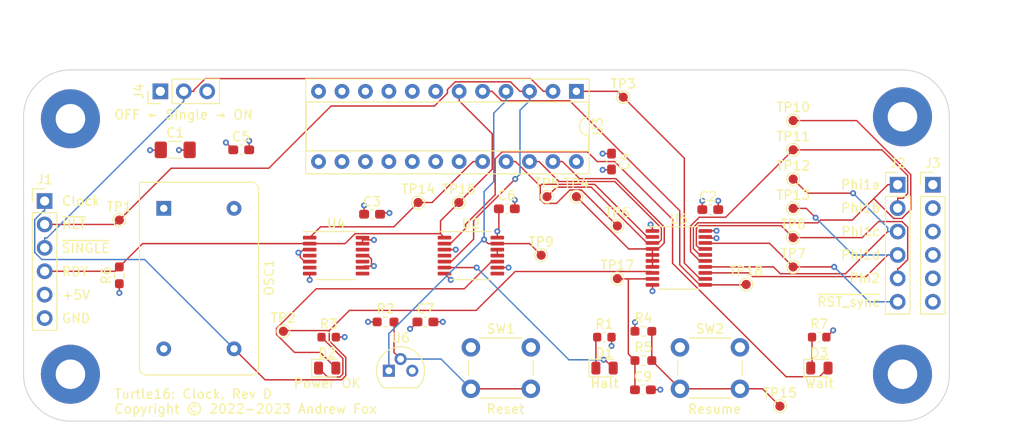
<source format=kicad_pcb>
(kicad_pcb (version 20241229) (generator "pcbnew") (generator_version "9.0")
  (title_block (title "Turtle16: Clock Module") (date "2023-10-15") (rev "D") (comment 4 "Clock module for the Turtle16 computer"))
  (layers (0 "F.Cu" signal) (4 "In1.Cu" power) (6 "In2.Cu" power) (2 "B.Cu" signal) (13 "F.Paste" user) (15 "B.Paste" user) (5 "F.SilkS" user "F.Silkscreen") (7 "B.SilkS" user "B.Silkscreen") (1 "F.Mask" user) (3 "B.Mask" user) (25 "Edge.Cuts" user))
  (net 0 "")
  (net 1 "GND")
  (net 2 "VCC")
  (net 3 "Net-(D1-K)")
  (net 4 "Net-(D1-A)")
  (net 5 "Net-(D2-K)")
  (net 6 "Net-(D2-A)")
  (net 7 "Net-(D3-K)")
  (net 8 "Net-(D3-A)")
  (net 9 "Net-(U6-VDD)")
  (net 10 "/Clock/RawClock")
  (net 11 "/Clock/~{HLT}")
  (net 12 "/Clock/RDY")
  (net 13 "/Clock/Phi1a")
  (net 14 "/Clock/Phi1b")
  (net 15 "/Clock/Phi1c")
  (net 16 "/Clock/Phi1d")
  (net 17 "/Clock/Phi2")
  (net 18 "/Clock/~{RST_sync}")
  (net 19 "Net-(R4-Pad2)")
  (net 21 "/Clock/Phi0")
  (net 22 "/Clock/Phi1")
  (net 23 "/Clock/Phi2_0")
  (net 24 "/Clock/{slash}RST_sync0")
  (net 25 "/Clock/NOT_RDY")
  (net 26 "/Clock/Button0")
  (net 27 "/Clock/ButtonRC")
  (net 28 "/Clock/~{SINGLE}")
  (net 31 "Net-(U2-Pad11)")
  (net 34 "/Clock/~{RST_async}")
  (footprint "Capacitor_SMD:C_0603_1608Metric_Pad1.08x0.95mm_HandSolder" (layer "F.Cu") (at 125.18 95.885)
    (property "Reference" "C3")
    (property "Value" "0.1µF")
  )
  (footprint "Resistor_SMD:R_0603_1608Metric_Pad0.98x0.95mm_HandSolder" (layer "F.Cu") (at 97.79 102.5125 90)
    (property "Reference" "R6")
    (property "Value" "10K")
  )
  (footprint "MountingHole:MountingHole_3.2mm_M3_Pad" (layer "F.Cu") (at 92.4921 113.2479)
    (property "Reference" "H3" (hide yes))
    (property "Value" "MountingHole_Pad")
  )
  (footprint "TestPoint:TestPoint_Pad_D1.0mm" (layer "F.Cu") (at 115.57 108.585)
    (property "Reference" "TP2")
    (property "Value" "RawClock")
  )
  (footprint "TestPoint:TestPoint_Pad_D1.0mm" (layer "F.Cu") (at 143.51 100.33)
    (property "Reference" "TP9")
    (property "Value" "~{RST_async}")
  )
  (footprint "Button_Switch_THT:SW_PUSH_6mm_H5mm" (layer "F.Cu") (at 158.548 110.3269)
    (property "Reference" "SW2")
    (property "Value" "Resume")
  )
  (footprint "Resistor_SMD:R_0603_1608Metric_Pad0.98x0.95mm_HandSolder" (layer "F.Cu") (at 154.5825 111.76)
    (property "Reference" "R5")
    (property "Value" "1K")
  )
  (footprint "Capacitor_SMD:C_0603_1608Metric" (layer "F.Cu") (at 150.355 109.22)
    (property "Reference" "R1")
    (property "Value" "270R")
  )
  (footprint "Package_SO:TSSOP-14_4.4x5mm_P0.65mm" (layer "F.Cu") (at 121.285 100.375)
    (property "Reference" "U4")
    (property "Value" "74AHCT05")
  )
  (footprint "Capacitor_SMD:C_0603_1608Metric_Pad1.08x0.95mm_HandSolder" (layer "F.Cu") (at 154.5325 114.935)
    (property "Reference" "C9")
    (property "Value" "1uF")
  )
  (footprint "Oscillator:Oscillator_DIP-14" (layer "F.Cu") (at 102.6052 95.25 -90)
    (property "Reference" "OSC1")
    (property "Value" "12MHz")
  )
  (footprint "MountingHole:MountingHole_3.2mm_M3_Pad" (layer "F.Cu") (at 182.6621 113.2479)
    (property "Reference" "H4" (hide yes))
    (property "Value" "MountingHole_Pad")
  )
  (footprint "Capacitor_SMD:C_0603_1608Metric" (layer "F.Cu") (at 120.48 109.22)
    (property "Reference" "R3")
    (property "Value" "270R")
  )
  (footprint "Capacitor_SMD:C_0603_1608Metric_Pad1.08x0.95mm_HandSolder" (layer "F.Cu") (at 130.9605 107.569)
    (property "Reference" "C7")
    (property "Value" "0.1µF")
  )
  (footprint "Resistor_SMD:R_0603_1608Metric_Pad0.98x0.95mm_HandSolder" (layer "F.Cu") (at 154.5825 108.585)
    (property "Reference" "R4")
    (property "Value" "10K")
  )
  (footprint "TestPoint:TestPoint_Pad_D1.0mm" (layer "F.Cu") (at 134.585 94.615)
    (property "Reference" "TP16")
    (property "Value" "RDY")
  )
  (footprint "LED_SMD:LED_0805_2012Metric" (layer "F.Cu") (at 150.375 112.5769)
    (property "Reference" "D1")
    (property "Value" "Halt")
  )
  (footprint "MountingHole:MountingHole_3.2mm_M3_Pad" (layer "F.Cu") (at 92.4921 85.5258)
    (property "Reference" "H1" (hide yes))
    (property "Value" "MountingHole_Pad")
  )
  (footprint "Connector_PinHeader_2.54mm:PinHeader_1x03_P2.54mm_Vertical" (layer "F.Cu") (at 102.235 82.55 90)
    (property "Reference" "J4")
    (property "Value" "Single Step")
  )
  (footprint "TestPoint:TestPoint_Pad_D1.0mm" (layer "F.Cu") (at 147.32 93.98)
    (property "Reference" "TP4")
    (property "Value" "~")
  )
  (footprint "Capacitor_SMD:C_1206_3216Metric_Pad1.33x1.80mm_HandSolder" (layer "F.Cu") (at 103.8475 88.9)
    (property "Reference" "C1")
    (property "Value" "100µF")
  )
  (footprint "Package_SO:TSSOP-14_4.4x5mm_P0.65mm" (layer "F.Cu") (at 135.89 100.375)
    (property "Reference" "U2")
    (property "Value" "74AHCT04")
  )
  (footprint "MountingHole:MountingHole_3.2mm_M3_Pad" (layer "F.Cu") (at 182.6621 85.3079)
    (property "Reference" "H2" (hide yes))
    (property "Value" "MountingHole_Pad")
  )
  (footprint "LED_SMD:LED_0805_2012Metric" (layer "F.Cu") (at 173.6575 112.5769)
    (property "Reference" "D3")
    (property "Value" "Wait")
  )
  (footprint "LED_SMD:LED_0805_2012Metric" (layer "F.Cu") (at 120.3175 112.5769)
    (property "Reference" "D2")
    (property "Value" "Power OK")
  )
  (footprint "TestPoint:TestPoint_Pad_D1.0mm" (layer "F.Cu") (at 152.4 83.185)
    (property "Reference" "TP3")
    (property "Value" "Phi0")
  )
  (footprint "Capacitor_SMD:C_0603_1608Metric_Pad1.08x0.95mm_HandSolder" (layer "F.Cu") (at 139.785 95.295)
    (property "Reference" "C6")
    (property "Value" "0.1µF")
  )
  (footprint "TestPoint:TestPoint_Pad_D1.0mm" (layer "F.Cu") (at 165.725 103.505)
    (property "Reference" "TP18")
    (property "Value" "Debounced")
  )
  (footprint "TestPoint:TestPoint_Pad_D1.0mm" (layer "F.Cu") (at 151.765 97.155)
    (property "Reference" "TP6")
    (property "Value" "TP")
  )
  (footprint "TestPoint:TestPoint_Pad_D1.0mm" (layer "F.Cu") (at 170.815 95.25)
    (property "Reference" "TP13")
    (property "Value" "Phi1d")
  )
  (footprint "TestPoint:TestPoint_Pad_D1.0mm" (layer "F.Cu") (at 170.815 88.9)
    (property "Reference" "TP11")
    (property "Value" "Phi1b")
  )
  (footprint "Package_DIP:DIP-24_W7.62mm_Socket" (layer "F.Cu") (at 147.32 82.55 -90)
    (property "Reference" "U3")
    (property "Value" "ATF22V10C")
  )
  (footprint "Resistor_SMD:R_0603_1608Metric_Pad0.98x0.95mm_HandSolder" (layer "F.Cu") (at 126.6425 107.569)
    (property "Reference" "R2")
    (property "Value" "1K")
  )
  (footprint "TestPoint:TestPoint_Pad_D1.0mm" (layer "F.Cu") (at 151.765 102.87)
    (property "Reference" "TP17")
    (property "Value" "TP")
  )
  (footprint "Capacitor_SMD:C_0603_1608Metric_Pad1.08x0.95mm_HandSolder" (layer "F.Cu") (at 110.998 88.9)
    (property "Reference" "C5")
    (property "Value" "0.1µF")
  )
  (footprint "TestPoint:TestPoint_Pad_D1.0mm" (layer "F.Cu") (at 170.815 98.425)
    (property "Reference" "TP8")
    (property "Value" "Phi2")
  )
  (footprint "TestPoint:TestPoint_Pad_D1.0mm" (layer "F.Cu") (at 144.145 93.98)
    (property "Reference" "TP5")
    (property "Value" "TP")
  )
  (footprint "TestPoint:TestPoint_Pad_D1.0mm" (layer "F.Cu") (at 169.3819 116.713)
    (property "Reference" "TP15")
    (property "Value" "Resume")
  )
  (footprint "Capacitor_SMD:C_0603_1608Metric_Pad1.08x0.95mm_HandSolder" (layer "F.Cu") (at 151.13 90.17 -90)
    (property "Reference" "C4")
    (property "Value" "0.1µF")
  )
  (footprint "TestPoint:TestPoint_Pad_D1.0mm" (layer "F.Cu") (at 170.815 101.6)
    (property "Reference" "TP7")
    (property "Value" "~{RST_sync}")
  )
  (footprint "Connector_PinHeader_2.54mm:PinHeader_1x06_P2.54mm_Vertical" (layer "F.Cu") (at 182.143 92.6839)
    (property "Reference" "J2")
    (property "Value" "Clock Outputs")
  )
  (footprint "Capacitor_SMD:C_0603_1608Metric" (layer "F.Cu") (at 173.6375 109.22)
    (property "Reference" "R7")
    (property "Value" "270R")
  )
  (footprint "Package_TO_SOT_THT:TO-92" (layer "F.Cu") (at 127 112.8669)
    (property "Reference" "U6")
    (property "Value" "MCP100-450D")
  )
  (footprint "Connector_PinHeader_2.54mm:PinHeader_1x06_P2.54mm_Vertical" (layer "F.Cu") (at 89.6981 94.4519)
    (property "Reference" "J1")
    (property "Value" "Clock Inputs")
  )
  (footprint "TestPoint:TestPoint_Pad_D1.0mm" (layer "F.Cu") (at 170.815 92.075)
    (property "Reference" "TP12")
    (property "Value" "Phi1c")
  )
  (footprint "TestPoint:TestPoint_Pad_D1.0mm" (layer "F.Cu") (at 170.815 85.725)
    (property "Reference" "TP10")
    (property "Value" "Phi1a")
  )
  (footprint "Capacitor_SMD:C_0603_1608Metric_Pad1.08x0.95mm_HandSolder" (layer "F.Cu") (at 161.83 95.385)
    (property "Reference" "C2")
    (property "Value" "0.1µF")
  )
  (footprint "TestPoint:TestPoint_Pad_D1.0mm" (layer "F.Cu") (at 97.79 96.52)
    (property "Reference" "TP1")
    (property "Value" "~{HLT}")
  )
  (footprint "Package_SO:TSSOP-20_4.4x6.5mm_P0.65mm" (layer "F.Cu") (at 158.4275 100.625)
    (property "Reference" "U5")
    (property "Value" "74AHCT245")
  )
  (footprint "TestPoint:TestPoint_Pad_D1.0mm" (layer "F.Cu") (at 130.175 94.615)
    (property "Reference" "TP14")
    (property "Value" "TP")
  )
  (footprint "Connector_PinHeader_2.54mm:PinHeader_1x06_P2.54mm_Vertical" (layer "F.Cu") (at 185.953 92.6839)
    (property "Reference" "J3")
    (property "Value" "GND")
  )
  (footprint "Button_Switch_THT:SW_PUSH_6mm_H5mm" (layer "F.Cu") (at 135.89 110.3269)
    (property "Reference" "SW1")
    (property "Value" "Reset")
  )
  (gr_line (start 187.742102 113.247898) (end 187.742102 85.307898) (stroke (width 0.1)) (layer "Edge.Cuts"))
  (gr_line (start 87.412102 85.307898) (end 87.412102 113.247898) (stroke (width 0.1)) (layer "Edge.Cuts"))
  (gr_line (start 92.492102 118.327898) (end 182.662102 118.327898) (stroke (width 0.1)) (layer "Edge.Cuts"))
  (gr_arc (start 182.662102 80.227898) (mid 186.254204 81.715796) (end 187.742102 85.307898) (stroke (width 0.1)) (layer "Edge.Cuts"))
  (gr_arc (start 187.742102 113.247898) (mid 186.254204 116.84) (end 182.662102 118.327898) (stroke (width 0.1)) (layer "Edge.Cuts"))
  (gr_arc (start 87.412102 85.307898) (mid 88.9 81.715796) (end 92.492102 80.227898) (stroke (width 0.1)) (layer "Edge.Cuts"))
  (gr_line (start 182.662102 80.227898) (end 92.492102 80.227898) (stroke (width 0.1)) (layer "Edge.Cuts"))
  (gr_arc (start 92.492102 118.327898) (mid 88.9 116.84) (end 87.412102 113.247898) (stroke (width 0.1)) (layer "Edge.Cuts"))
  (gr_text "Turtle16: Clock, Rev D\nCopyright © 2022-2023 Andrew Fox" (at 97.155 116.205 0) (layer "F.SilkS") (effects (font (size 1 1)) (justify left)))
  (gr_text "OFF ← Single → ON" (at 97.155 85.09 0) (layer "F.SilkS") (effects (font (size 1 1)) (justify left)))
  (gr_text "Clock" (at 91.476102 94.451898 0) (layer "F.SilkS") (effects (font (size 1 1)) (justify left)))
  (gr_text "+5V" (at 91.476102 104.648 0) (layer "F.SilkS") (effects (font (size 1 1)) (justify left)))
  (gr_text "~{SINGLE}" (at 91.44 99.568 0) (layer "F.SilkS") (effects (font (size 1 1)) (justify left)))
  (gr_text "GND" (at 91.476102 107.188 0) (layer "F.SilkS") (effects (font (size 1 1)) (justify left)))
  (gr_text "Phi1d" (at 180.34 100.293898 0) (layer "F.SilkS") (effects (font (size 1 1)) (justify right)))
  (gr_text "Phi1c" (at 180.34 97.753898 0) (layer "F.SilkS") (effects (font (size 1 1)) (justify right)))
  (gr_text "RDY" (at 91.476102 102.108 0) (layer "F.SilkS") (effects (font (size 1 1)) (justify left)))
  (gr_text "Phi2" (at 180.34 102.833898 0) (layer "F.SilkS") (effects (font (size 1 1)) (justify right)))
  (gr_text "Phi1a" (at 180.34 92.673898 0) (layer "F.SilkS") (effects (font (size 1 1)) (justify right)))
  (gr_text "~{RST_sync}" (at 180.34 105.41 0) (layer "F.SilkS") (effects (font (size 1 1)) (justify right)))
  (gr_text "~{HLT}" (at 91.476102 96.991898 0) (layer "F.SilkS") (effects (font (size 1 1)) (justify left)))
  (gr_text "Phi1b" (at 180.34 95.213898 0) (layer "F.SilkS") (effects (font (size 1 1)) (justify right)))
  (segment (start 151.13 110.1741) (end 151.13 109.22) (width 0.1524) (layer "F.Cu") (net 1))
  (segment (start 132.8474 107.5619) (end 131.8301 107.5619) (width 0.1524) (layer "F.Cu") (net 1))
  (segment (start 104.2537 88.9244) (end 105.3856 88.9244) (width 0.1524) (layer "F.Cu") (net 1))
  (segment (start 118.4225 102.325) (end 118.4225 103.0101) (width 0.1524) (layer "F.Cu") (net 1))
  (segment (start 105.3856 88.9244) (end 105.41 88.9) (width 0.1524) (layer "F.Cu") (net 1))
  (segment (start 131.8301 107.5619) (end 131.823 107.569) (width 0.1524) (layer "F.Cu") (net 1))
  (segment (start 151.0918 91.0707) (end 151.13 91.0325) (width 0.1524) (layer "F.Cu") (net 1))
  (segment (start 175.1486 108.4839) (end 174.4125 109.22) (width 0.1524) (layer "F.Cu") (net 1))
  (segment (start 133.7099 103.0074) (end 133.0275 102.325) (width 0.1524) (layer "F.Cu") (net 1))
  (segment (start 161.4228 98.4828) (end 161.29 98.35) (width 0.1524) (layer "F.Cu") (net 1))
  (segment (start 155.4125 114.9175) (end 155.395 114.935) (width 0.1524) (layer "F.Cu") (net 1))
  (segment (start 162.5074 98.4828) (end 161.4228 98.4828) (width 0.1524) (layer "F.Cu") (net 1))
  (segment (start 156.4178 114.9175) (end 155.4125 114.9175) (width 0.1524) (layer "F.Cu") (net 1))
  (segment (start 122.2102 109.2082) (end 121.2668 109.2082) (width 0.1524) (layer "F.Cu") (net 1))
  (segment (start 121.2668 109.2082) (end 121.255 109.22) (width 0.1524) (layer "F.Cu") (net 1))
  (segment (start 155.565 104.2285) (end 155.565 103.55) (width 0.1524) (layer "F.Cu") (net 1))
  (segment (start 111.8605 87.9209) (end 111.8605 88.9) (width 0.1524) (layer "F.Cu") (net 1))
  (segment (start 127.0592 95.7502) (end 126.1773 95.7502) (width 0.1524) (layer "F.Cu") (net 1))
  (segment (start 126.1773 95.7502) (end 126.0425 95.885) (width 0.1524) (layer "F.Cu") (net 1))
  (segment (start 150.1726 91.0707) (end 151.0918 91.0707) (width 0.1524) (layer "F.Cu") (net 1))
  (segment (start 140.6475 94.3395) (end 140.6475 95.295) (width 0.1524) (layer "F.Cu") (net 1))
  (segment (start 162.6925 95.385) (end 162.6925 94.4255) (width 0.1524) (layer "F.Cu") (net 1))
  (via (at 155.565 104.2285) (size 0.65) (drill 0.3) (layers "F.Cu" "B.Cu") (net 1))
  (via (at 162.6925 94.4255) (size 0.65) (drill 0.3) (layers "F.Cu" "B.Cu") (net 1))
  (via (at 111.8605 87.9209) (size 0.65) (drill 0.3) (layers "F.Cu" "B.Cu") (net 1))
  (via (at 150.1726 91.0707) (size 0.65) (drill 0.3) (layers "F.Cu" "B.Cu") (net 1))
  (via (at 118.4225 103.0101) (size 0.65) (drill 0.3) (layers "F.Cu" "B.Cu") (net 1))
  (via (at 140.6475 94.3395) (size 0.65) (drill 0.3) (layers "F.Cu" "B.Cu") (net 1))
  (via (at 132.8474 107.5619) (size 0.65) (drill 0.3) (layers "F.Cu" "B.Cu") (net 1))
  (via (at 104.2537 88.9244) (size 0.65) (drill 0.3) (layers "F.Cu" "B.Cu") (net 1))
  (via (at 151.13 110.1741) (size 0.65) (drill 0.3) (layers "F.Cu" "B.Cu") (net 1))
  (via (at 127.0592 95.7502) (size 0.65) (drill 0.3) (layers "F.Cu" "B.Cu") (net 1))
  (via (at 122.2102 109.2082) (size 0.65) (drill 0.3) (layers "F.Cu" "B.Cu") (net 1))
  (via (at 175.1486 108.4839) (size 0.65) (drill 0.3) (layers "F.Cu" "B.Cu") (net 1))
  (via (at 156.4178 114.9175) (size 0.65) (drill 0.3) (layers "F.Cu" "B.Cu") (net 1))
  (via (at 162.5074 98.4828) (size 0.65) (drill 0.3) (layers "F.Cu" "B.Cu") (net 1))
  (via (at 133.7099 103.0074) (size 0.65) (drill 0.3) (layers "F.Cu" "B.Cu") (net 1))
  (segment (start 138.7525 101.675) (end 139.9685 101.675) (width 0.1524) (layer "F.Cu") (net 2))
  (segment (start 125.1158 100.7431) (end 124.7477 100.375) (width 0.1524) (layer "F.Cu") (net 2))
  (segment (start 161.3097 97.6803) (end 162.5076 97.6803) (width 0.1524) (layer "F.Cu") (net 2))
  (segment (start 138.7525 98.425) (end 138.7525 97.7424) (width 0.1524) (layer "F.Cu") (net 2))
  (segment (start 155.565 97.7) (end 155.565 97.2091) (width 0.1524) (layer "F.Cu") (net 2))
  (segment (start 160.9675 95.385) (end 160.9675 94.4305) (width 0.1524) (layer "F.Cu") (net 2))
  (segment (start 138.7525 97.7424) (end 138.9225 97.5724) (width 0.1524) (layer "F.Cu") (net 2))
  (segment (start 125.3801 98.6749) (end 124.1475 98.6749) (width 0.1524) (layer "F.Cu") (net 2))
  (segment (start 118.4225 99.725) (end 117.7271 99.725) (width 0.1524) (layer "F.Cu") (net 2))
  (segment (start 124.1475 99.075) (end 124.1475 98.6749) (width 0.1524) (layer "F.Cu") (net 2))
  (segment (start 125.1158 101.5077) (end 125.1158 100.7431) (width 0.1524) (layer "F.Cu") (net 2))
  (segment (start 129.3431 108.3239) (end 130.098 107.569) (width 0.1524) (layer "F.Cu") (net 2))
  (segment (start 97.79 104.4209) (end 97.79 103.425) (width 0.1524) (layer "F.Cu") (net 2))
  (segment (start 124.1475 98.6749) (end 124.1475 98.425) (width 0.1524) (layer "F.Cu") (net 2))
  (segment (start 150.1669 89.3057) (end 151.1282 89.3057) (width 0.1524) (layer "F.Cu") (net 2))
  (segment (start 124.7417 107.5619) (end 125.7229 107.5619) (width 0.1524) (layer "F.Cu") (net 2))
  (segment (start 134.245 99.725) (end 133.0275 99.725) (width 0.1524) (layer "F.Cu") (net 2))
  (segment (start 117.7271 99.725) (end 117.4009 100.0512) (width 0.1524) (layer "F.Cu") (net 2))
  (segment (start 117.8694 101.025) (end 118.4225 101.025) (width 0.1524) (layer "F.Cu") (net 2))
  (segment (start 138.9225 97.5724) (end 138.9225 95.295) (width 0.1524) (layer "F.Cu") (net 2))
  (segment (start 125.3752 101.5077) (end 125.1158 101.5077) (width 0.1524) (layer "F.Cu") (net 2))
  (segment (start 124.7477 100.375) (end 124.1475 100.375) (width 0.1524) (layer "F.Cu") (net 2))
  (segment (start 124.3175 94.9298) (end 124.3175 95.885) (width 0.1524) (layer "F.Cu") (net 2))
  (segment (start 129.3016 108.3239) (end 129.3431 108.3239) (width 0.1524) (layer "F.Cu") (net 2))
  (segment (start 117.1978 100.0512) (end 117.4009 100.0512) (width 0.1524) (layer "F.Cu") (net 2))
  (segment (start 125.7229 107.5619) (end 125.73 107.569) (width 0.1524) (layer "F.Cu") (net 2))
  (segment (start 125.1158 101.5077) (end 124.3148 101.5077) (width 0.1524) (layer "F.Cu") (net 2))
  (segment (start 124.3148 101.5077) (end 124.1475 101.675) (width 0.1524) (layer "F.Cu") (net 2))
  (segment (start 117.4009 100.5565) (end 117.8694 101.025) (width 0.1524) (layer "F.Cu") (net 2))
  (segment (start 101.1238 88.9346) (end 102.2504 88.9346) (width 0.1524) (layer "F.Cu") (net 2))
  (segment (start 102.2504 88.9346) (end 102.285 88.9) (width 0.1524) (layer "F.Cu") (net 2))
  (segment (start 161.29 97.7) (end 161.3097 97.6803) (width 0.1524) (layer "F.Cu") (net 2))
  (segment (start 151.1282 89.3057) (end 151.13 89.3075) (width 0.1524) (layer "F.Cu") (net 2))
  (segment (start 117.4009 100.0512) (end 117.4009 100.5565) (width 0.1524) (layer "F.Cu") (net 2))
  (segment (start 153.67 107.615) (end 153.67 108.585) (width 0.1524) (layer "F.Cu") (net 2))
  (segment (start 109.3423 88.1068) (end 110.1355 88.9) (width 0.1524) (layer "F.Cu") (net 2))
  (segment (start 155.565 97.2091) (end 155.3633 97.0074) (width 0.1524) (layer "F.Cu") (net 2))
  (via (at 155.3633 97.0074) (size 0.65) (drill 0.3) (layers "F.Cu" "B.Cu") (net 2))
  (via (at 124.3175 94.9298) (size 0.65) (drill 0.3) (layers "F.Cu" "B.Cu") (net 2))
  (via (at 162.5076 97.6803) (size 0.65) (drill 0.3) (layers "F.Cu" "B.Cu") (net 2))
  (via (at 153.67 107.615) (size 0.65) (drill 0.3) (layers "F.Cu" "B.Cu") (net 2))
  (via (at 97.79 104.4209) (size 0.65) (drill 0.3) (layers "F.Cu" "B.Cu") (net 2))
  (via (at 134.245 99.725) (size 0.65) (drill 0.3) (layers "F.Cu" "B.Cu") (net 2))
  (via (at 117.1978 100.0512) (size 0.65) (drill 0.3) (layers "F.Cu" "B.Cu") (net 2))
  (via (at 160.9675 94.4305) (size 0.65) (drill 0.3) (layers "F.Cu" "B.Cu") (net 2))
  (via (at 125.3801 98.6749) (size 0.65) (drill 0.3) (layers "F.Cu" "B.Cu") (net 2))
  (via (at 129.3016 108.3239) (size 0.65) (drill 0.3) (layers "F.Cu" "B.Cu") (net 2))
  (via (at 124.7417 107.5619) (size 0.65) (drill 0.3) (layers "F.Cu" "B.Cu") (net 2))
  (via (at 150.1669 89.3057) (size 0.65) (drill 0.3) (layers "F.Cu" "B.Cu") (net 2))
  (via (at 138.7525 97.7424) (size 0.65) (drill 0.3) (layers "F.Cu" "B.Cu") (net 2))
  (via (at 109.3423 88.1068) (size 0.65) (drill 0.3) (layers "F.Cu" "B.Cu") (net 2))
  (via (at 101.1238 88.9346) (size 0.65) (drill 0.3) (layers "F.Cu" "B.Cu") (net 2))
  (via (at 139.9685 101.675) (size 0.65) (drill 0.3) (layers "F.Cu" "B.Cu") (net 2))
  (via (at 125.3752 101.5077) (size 0.65) (drill 0.3) (layers "F.Cu" "B.Cu") (net 2))
  (segment (start 149.4375 109.3625) (end 149.58 109.22) (width 0.1524) (layer "F.Cu") (net 3))
  (segment (start 149.4375 112.5769) (end 149.4375 109.3625) (width 0.1524) (layer "F.Cu") (net 3))
  (segment (start 150.4144 111.6788) (end 150.2787 111.6788) (width 0.1524) (layer "F.Cu") (net 4))
  (segment (start 133.0275 101.675) (end 136.5125 101.675) (width 0.1524) (layer "F.Cu") (net 4))
  (segment (start 151.3125 112.5769) (end 150.4144 111.6788) (width 0.1524) (layer "F.Cu") (net 4))
  (via (at 136.5125 101.675) (size 0.65) (drill 0.3) (layers "F.Cu" "B.Cu") (net 4))
  (via (at 150.2787 111.6788) (size 0.65) (drill 0.3) (layers "F.Cu" "B.Cu") (net 4))
  (segment (start 150.2787 111.6788) (end 146.5163 111.6788) (width 0.1524) (layer "B.Cu") (net 4))
  (segment (start 146.5163 111.6788) (end 136.5125 101.675) (width 0.1524) (layer "B.Cu") (net 4))
  (segment (start 121.6905 113.5441) (end 122.0181 113.2165) (width 0.1524) (layer "F.Cu") (net 5))
  (segment (start 122.0181 113.2165) (end 122.0181 111.5331) (width 0.1524) (layer "F.Cu") (net 5))
  (segment (start 119.38 112.5769) (end 120.3472 113.5441) (width 0.1524) (layer "F.Cu") (net 5))
  (segment (start 120.3472 113.5441) (end 121.6905 113.5441) (width 0.1524) (layer "F.Cu") (net 5))
  (segment (start 122.0181 111.5331) (end 119.705 109.22) (width 0.1524) (layer "F.Cu") (net 5))
  (segment (start 114.8254 108.2723) (end 114.8254 108.9255) (width 0.1524) (layer "F.Cu") (net 6))
  (segment (start 138.7525 101.025) (end 138.1237 101.025) (width 0.1524) (layer "F.Cu") (net 6))
  (segment (start 138.1237 101.025) (end 135.1727 103.976) (width 0.1524) (layer "F.Cu") (net 6))
  (segment (start 119.5579 110.8798) (end 121.255 112.5769) (width 0.1524) (layer "F.Cu") (net 6))
  (segment (start 119.1217 103.976) (end 114.8254 108.2723) (width 0.1524) (layer "F.Cu") (net 6))
  (segment (start 114.8254 108.9255) (end 116.7797 110.8798) (width 0.1524) (layer "F.Cu") (net 6))
  (segment (start 116.7797 110.8798) (end 119.5579 110.8798) (width 0.1524) (layer "F.Cu") (net 6))
  (segment (start 135.1727 103.976) (end 119.1217 103.976) (width 0.1524) (layer "F.Cu") (net 6))
  (segment (start 172.8625 112.4344) (end 172.8625 109.22) (width 0.1524) (layer "F.Cu") (net 7))
  (segment (start 172.72 112.5769) (end 172.8625 112.4344) (width 0.1524) (layer "F.Cu") (net 7))
  (segment (start 170.048 113.5164) (end 173.6555 113.5164) (width 0.1524) (layer "F.Cu") (net 8))
  (segment (start 157.7467 96.449) (end 157.7467 101.2151) (width 0.1524) (layer "F.Cu") (net 8))
  (segment (start 133.667 99.075) (end 135.3138 97.4282) (width 0.1524) (layer "F.Cu") (net 8))
  (segment (start 173.6555 113.5164) (end 174.595 112.5769) (width 0.1524) (layer "F.Cu") (net 8))
  (segment (start 151.4677 90.17) (end 157.7467 96.449) (width 0.1524) (layer "F.Cu") (net 8))
  (segment (start 149.5745 90.17) (end 151.4677 90.17) (width 0.1524) (layer "F.Cu") (net 8))
  (segment (start 135.3138 97.4282) (end 135.3138 96.9788) (width 0.1524) (layer "F.Cu") (net 8))
  (segment (start 157.7467 101.2151) (end 170.048 113.5164) (width 0.1524) (layer "F.Cu") (net 8))
  (segment (start 133.0275 99.075) (end 133.667 99.075) (width 0.1524) (layer "F.Cu") (net 8))
  (segment (start 148.5177 89.1132) (end 149.5745 90.17) (width 0.1524) (layer "F.Cu") (net 8))
  (segment (start 135.3138 96.9788) (end 138.5208 93.7718) (width 0.1524) (layer "F.Cu") (net 8))
  (segment (start 138.5208 89.8674) (end 139.275 89.1132) (width 0.1524) (layer "F.Cu") (net 8))
  (segment (start 138.5208 93.7718) (end 138.5208 89.8674) (width 0.1524) (layer "F.Cu") (net 8))
  (segment (start 139.275 89.1132) (end 148.5177 89.1132) (width 0.1524) (layer "F.Cu") (net 8))
  (segment (start 128.27 111.5969) (end 127.555 110.8819) (width 0.1524) (layer "F.Cu") (net 9))
  (segment (start 127.555 110.8819) (end 127.555 107.569) (width 0.1524) (layer "F.Cu") (net 9))
  (segment (start 135.89 114.8269) (end 142.39 114.8269) (width 0.1524) (layer "F.Cu") (net 9))
  (segment (start 128.27 111.5969) (end 132.66 111.5969) (width 0.1524) (layer "B.Cu") (net 9))
  (segment (start 132.66 111.5969) (end 135.89 114.8269) (width 0.1524) (layer "B.Cu") (net 9))
  (segment (start 155.4161 102.1011) (end 155.565 102.25) (width 0.1524) (layer "F.Cu") (net 10))
  (segment (start 136.4619 106.3212) (end 140.682 102.1011) (width 0.1524) (layer "F.Cu") (net 10))
  (segment (start 122.7269 106.3212) (end 136.4619 106.3212) (width 0.1524) (layer "F.Cu") (net 10))
  (segment (start 140.682 102.1011) (end 155.4161 102.1011) (width 0.1524) (layer "F.Cu") (net 10))
  (segment (start 120.5378 108.5103) (end 122.7269 106.3212) (width 0.1524) (layer "F.Cu") (net 10))
  (segment (start 115.6447 108.5103) (end 115.57 108.585) (width 0.1524) (layer "F.Cu") (net 10))
  (segment (start 120.5378 109.6215) (end 120.5378 108.5103) (width 0.1524) (layer "F.Cu") (net 10))
  (segment (start 113.5879 113.8527) (end 121.8764 113.8527) (width 0.1524) (layer "F.Cu") (net 10))
  (segment (start 120.5378 108.5103) (end 115.6447 108.5103) (width 0.1524) (layer "F.Cu") (net 10))
  (segment (start 122.3285 111.4122) (end 120.5378 109.6215) (width 0.1524) (layer "F.Cu") (net 10))
  (segment (start 122.3285 113.4006) (end 122.3285 111.4122) (width 0.1524) (layer "F.Cu") (net 10))
  (segment (start 121.8764 113.8527) (end 122.3285 113.4006) (width 0.1524) (layer "F.Cu") (net 10))
  (segment (start 110.2252 110.49) (end 113.5879 113.8527) (width 0.1524) (layer "F.Cu") (net 10))
  (segment (start 89.5631 95.5306) (end 89.6981 95.5306) (width 0.1524) (layer "B.Cu") (net 10))
  (segment (start 88.6194 100.0339) (end 88.6194 96.4743) (width 0.1524) (layer "B.Cu") (net 10))
  (segment (start 100.5371 100.8019) (end 89.3874 100.8019) (width 0.1524) (layer "B.Cu") (net 10))
  (segment (start 89.3874 100.8019) (end 88.6194 100.0339) (width 0.1524) (layer "B.Cu") (net 10))
  (segment (start 110.2252 110.49) (end 100.5371 100.8019) (width 0.1524) (layer "B.Cu") (net 10))
  (segment (start 89.6981 94.4519) (end 89.6981 95.5306) (width 0.1524) (layer "B.Cu") (net 10))
  (segment (start 88.6194 96.4743) (end 89.5631 95.5306) (width 0.1524) (layer "B.Cu") (net 10))
  (segment (start 103.4164 90.8936) (end 113.9904 90.8936) (width 0.1524) (layer "F.Cu") (net 11))
  (segment (start 140.1826 81.5213) (end 141.2113 82.55) (width 0.1524) (layer "F.Cu") (net 11))
  (segment (start 97.3181 96.9919) (end 97.79 96.52) (width 0.1524) (layer "F.Cu") (net 11))
  (segment (start 120.7418 84.1422) (end 131.9462 84.1422) (width 0.1524) (layer "F.Cu") (net 11))
  (segment (start 113.9904 90.8936) (end 120.7418 84.1422) (width 0.1524) (layer "F.Cu") (net 11))
  (segment (start 133.35 82.7384) (end 133.35 82.3579) (width 0.1524) (layer "F.Cu") (net 11))
  (segment (start 131.9462 84.1422) (end 133.35 82.7384) (width 0.1524) (layer "F.Cu") (net 11))
  (segment (start 136.1843 98.6023) (end 133.7616 101.025) (width 0.1524) (layer "F.Cu") (net 11))
  (segment (start 134.1866 81.5213) (end 140.1826 81.5213) (width 0.1524) (layer "F.Cu") (net 11))
  (segment (start 140.6924 92.0598) (end 136.1843 96.5679) (width 0.1524) (layer "F.Cu") (net 11))
  (segment (start 142.24 82.55) (end 141.2113 82.55) (width 0.1524) (layer "F.Cu") (net 11))
  (segment (start 136.1843 96.5679) (end 136.1843 98.6023) (width 0.1524) (layer "F.Cu") (net 11))
  (segment (start 97.79 96.52) (end 103.4164 90.8936) (width 0.1524) (layer "F.Cu") (net 11))
  (segment (start 133.35 82.3579) (end 134.1866 81.5213) (width 0.1524) (layer "F.Cu") (net 11))
  (segment (start 89.6981 96.9919) (end 97.3181 96.9919) (width 0.1524) (layer "F.Cu") (net 11))
  (segment (start 133.7616 101.025) (end 133.0275 101.025) (width 0.1524) (layer "F.Cu") (net 11))
  (via (at 140.6924 92.0598) (size 0.65) (drill 0.3) (layers "F.Cu" "B.Cu") (net 11))
  (segment (start 141.2113 91.5409) (end 140.6924 92.0598) (width 0.1524) (layer "B.Cu") (net 11))
  (segment (start 141.2113 84.6074) (end 141.2113 91.5409) (width 0.1524) (layer "B.Cu") (net 11))
  (segment (start 142.24 83.5787) (end 141.2113 84.6074) (width 0.1524) (layer "B.Cu") (net 11))
  (segment (start 142.24 82.55) (end 142.24 83.5787) (width 0.1524) (layer "B.Cu") (net 11))
  (segment (start 138.201 90.999) (end 138.201 87.1597) (width 0.1524) (layer "F.Cu") (net 12))
  (segment (start 97.79 101.6) (end 100.315 99.075) (width 0.1524) (layer "F.Cu") (net 12))
  (segment (start 122.2542 99.075) (end 123.3334 97.9958) (width 0.1524) (layer "F.Cu") (net 12))
  (segment (start 132.5983 97.9958) (end 132.5983 96.6017) (width 0.1524) (layer "F.Cu") (net 12))
  (segment (start 89.6981 102.0719) (end 97.3181 102.0719) (width 0.1524) (layer "F.Cu") (net 12))
  (segment (start 134.62 82.55) (end 134.62 83.5787) (width 0.1524) (layer "F.Cu") (net 12))
  (segment (start 132.5983 97.9958) (end 133.0275 98.425) (width 0.1524) (layer "F.Cu") (net 12))
  (segment (start 97.3181 102.0719) (end 97.79 101.6) (width 0.1524) (layer "F.Cu") (net 12))
  (segment (start 118.4225 99.075) (end 122.2542 99.075) (width 0.1524) (layer "F.Cu") (net 12))
  (segment (start 134.585 94.615) (end 138.201 90.999) (width 0.1524) (layer "F.Cu") (net 12))
  (segment (start 132.5983 96.6017) (end 134.585 94.615) (width 0.1524) (layer "F.Cu") (net 12))
  (segment (start 100.315 99.075) (end 118.4225 99.075) (width 0.1524) (layer "F.Cu") (net 12))
  (segment (start 138.201 87.1597) (end 134.62 83.5787) (width 0.1524) (layer "F.Cu") (net 12))
  (segment (start 123.3334 97.9958) (end 132.5983 97.9958) (width 0.1524) (layer "F.Cu") (net 12))
  (segment (start 177.2315 96.5167) (end 173.7788 96.5167) (width 0.1524) (layer "F.Cu") (net 13))
  (segment (start 177.6997 85.725) (end 170.815 85.725) (width 0.1524) (layer "F.Cu") (net 13))
  (segment (start 179.5585 94.1897) (end 181.7101 96.3414) (width 0.1524) (layer "F.Cu") (net 13))
  (segment (start 160.6934 100.3) (end 161.29 100.3) (width 0.1524) (layer "F.Cu") (net 13))
  (segment (start 173.4785 96.817) (end 160.4925 96.817) (width 0.1524) (layer "F.Cu") (net 13))
  (segment (start 183.5624 91.5877) (end 177.6997 85.725) (width 0.1524) (layer "F.Cu") (net 13))
  (segment (start 160.0051 97.3044) (end 160.0051 99.6117) (width 0.1524) (layer "F.Cu") (net 13))
  (segment (start 179.5585 94.1897) (end 177.2315 96.5167) (width 0.1524) (layer "F.Cu") (net 13))
  (segment (start 160.4925 96.817) (end 160.0051 97.3044) (width 0.1524) (layer "F.Cu") (net 13))
  (segment (start 182.6032 96.3414) (end 183.5624 95.3822) (width 0.1524) (layer "F.Cu") (net 13))
  (segment (start 183.5624 95.3822) (end 183.5624 91.5877) (width 0.1524) (layer "F.Cu") (net 13))
  (segment (start 182.143 92.6839) (end 181.0643 92.6839) (width 0.1524) (layer "F.Cu") (net 13))
  (segment (start 179.5585 94.1897) (end 181.0643 92.6839) (width 0.1524) (layer "F.Cu") (net 13))
  (segment (start 173.7788 96.5167) (end 173.4785 96.817) (width 0.1524) (layer "F.Cu") (net 13))
  (segment (start 160.0051 99.6117) (end 160.6934 100.3) (width 0.1524) (layer "F.Cu") (net 13))
  (segment (start 181.7101 96.3414) (end 182.6032 96.3414) (width 0.1524) (layer "F.Cu") (net 13))
  (segment (start 183.2218 93.6563) (end 183.2218 91.6845) (width 0.1524) (layer "F.Cu") (net 14))
  (segment (start 183.2218 91.6845) (end 180.4373 88.9) (width 0.1524) (layer "F.Cu") (net 14))
  (segment (start 160.6873 100.95) (end 161.29 100.95) (width 0.1524) (layer "F.Cu") (net 14))
  (segment (start 160.6425 96.2117) (end 159.6924 97.1618) (width 0.1524) (layer "F.Cu") (net 14))
  (segment (start 170.815 88.9) (end 163.5033 96.2117) (width 0.1524) (layer "F.Cu") (net 14))
  (segment (start 182.143 95.2239) (end 182.143 94.1452) (width 0.1524) (layer "F.Cu") (net 14))
  (segment (start 182.143 94.1452) (end 182.7329 94.1452) (width 0.1524) (layer "F.Cu") (net 14))
  (segment (start 182.7329 94.1452) (end 183.2218 93.6563) (width 0.1524) (layer "F.Cu") (net 14))
  (segment (start 163.5033 96.2117) (end 160.6425 96.2117) (width 0.1524) (layer "F.Cu") (net 14))
  (segment (start 159.6924 97.1618) (end 159.6924 99.9551) (width 0.1524) (layer "F.Cu") (net 14))
  (segment (start 159.6924 99.9551) (end 160.6873 100.95) (width 0.1524) (layer "F.Cu") (net 14))
  (segment (start 180.4373 88.9) (end 170.815 88.9) (width 0.1524) (layer "F.Cu") (net 14))
  (segment (start 172.3412 93.6012) (end 170.815 92.075) (width 0.1524) (layer "F.Cu") (net 15))
  (segment (start 168.6823 101.6) (end 169.4263 102.344) (width 0.1524) (layer "F.Cu") (net 15))
  (segment (start 182.143 97.7639) (end 181.0643 97.7639) (width 0.1524) (layer "F.Cu") (net 15))
  (segment (start 177.3124 93.6012) (end 172.3412 93.6012) (width 0.1524) (layer "F.Cu") (net 15))
  (segment (start 169.4263 102.344) (end 176.4842 102.344) (width 0.1524) (layer "F.Cu") (net 15))
  (segment (start 161.29 101.6) (end 168.6823 101.6) (width 0.1524) (layer "F.Cu") (net 15))
  (segment (start 176.4842 102.344) (end 181.0643 97.7639) (width 0.1524) (layer "F.Cu") (net 15))
  (via (at 177.3124 93.6012) (size 0.65) (drill 0.3) (layers "F.Cu" "B.Cu") (net 15))
  (segment (start 181.0643 97.7639) (end 181.0643 97.3531) (width 0.1524) (layer "B.Cu") (net 15))
  (segment (start 181.0643 97.3531) (end 177.3124 93.6012) (width 0.1524) (layer "B.Cu") (net 15))
  (segment (start 182.143 97.7639) (end 181.0643 97.7639) (width 0.1524) (layer "B.Cu") (net 15))
  (segment (start 161.29 102.25) (end 166.002 102.25) (width 0.1524) (layer "F.Cu") (net 16))
  (segment (start 172.2357 95.25) (end 170.815 95.25) (width 0.1524) (layer "F.Cu") (net 16))
  (segment (start 173.249 96.2633) (end 172.2357 95.25) (width 0.1524) (layer "F.Cu") (net 16))
  (segment (start 166.4043 102.6523) (end 178.7159 102.6523) (width 0.1524) (layer "F.Cu") (net 16))
  (segment (start 166.002 102.25) (end 166.4043 102.6523) (width 0.1524) (layer "F.Cu") (net 16))
  (segment (start 178.7159 102.6523) (end 181.0643 100.3039) (width 0.1524) (layer "F.Cu") (net 16))
  (segment (start 182.143 100.3039) (end 181.0643 100.3039) (width 0.1524) (layer "F.Cu") (net 16))
  (via (at 173.249 96.2633) (size 0.65) (drill 0.3) (layers "F.Cu" "B.Cu") (net 16))
  (segment (start 177.2896 100.3039) (end 173.249 96.2633) (width 0.1524) (layer "B.Cu") (net 16))
  (segment (start 182.143 100.3039) (end 177.2896 100.3039) (width 0.1524) (layer "B.Cu") (net 16))
  (segment (start 160.3233 99.2601) (end 160.3233 97.4175) (width 0.1524) (layer "F.Cu") (net 17))
  (segment (start 182.6224 96.6851) (end 180.0482 96.6851) (width 0.1524) (layer "F.Cu") (net 17))
  (segment (start 160.6188 97.122) (end 169.512 97.122) (width 0.1524) (layer "F.Cu") (net 17))
  (segment (start 169.512 97.122) (end 170.815 98.425) (width 0.1524) (layer "F.Cu") (net 17))
  (segment (start 182.143 101.7652) (end 182.2778 101.7652) (width 0.1524) (layer "F.Cu") (net 17))
  (segment (start 182.2778 101.7652) (end 183.2276 100.8154) (width 0.1524) (layer "F.Cu") (net 17))
  (segment (start 182.143 102.8439) (end 182.143 101.7652) (width 0.1524) (layer "F.Cu") (net 17))
  (segment (start 160.3233 97.4175) (end 160.6188 97.122) (width 0.1524) (layer "F.Cu") (net 17))
  (segment (start 183.2276 97.2903) (end 182.6224 96.6851) (width 0.1524) (layer "F.Cu") (net 17))
  (segment (start 178.3083 98.425) (end 170.815 98.425) (width 0.1524) (layer "F.Cu") (net 17))
  (segment (start 160.7132 99.65) (end 160.3233 99.2601) (width 0.1524) (layer "F.Cu") (net 17))
  (segment (start 161.29 99.65) (end 160.7132 99.65) (width 0.1524) (layer "F.Cu") (net 17))
  (segment (start 183.2276 100.8154) (end 183.2276 97.2903) (width 0.1524) (layer "F.Cu") (net 17))
  (segment (start 180.0482 96.6851) (end 178.3083 98.425) (width 0.1524) (layer "F.Cu") (net 17))
  (segment (start 161.3266 99.0366) (end 168.2516 99.0366) (width 0.1524) (layer "F.Cu") (net 18))
  (segment (start 168.2516 99.0366) (end 170.815 101.6) (width 0.1524) (layer "F.Cu") (net 18))
  (segment (start 161.29 99) (end 161.3266 99.0366) (width 0.1524) (layer "F.Cu") (net 18))
  (segment (start 170.815 101.6) (end 175.2629 101.6) (width 0.1524) (layer "F.Cu") (net 18))
  (via (at 175.2629 101.6) (size 0.65) (drill 0.3) (layers "F.Cu" "B.Cu") (net 18))
  (segment (start 179.0468 105.3839) (end 175.2629 101.6) (width 0.1524) (layer "B.Cu") (net 18))
  (segment (start 182.143 105.3839) (end 179.0468 105.3839) (width 0.1524) (layer "B.Cu") (net 18))
  (segment (start 165.048 114.8269) (end 158.548 114.8269) (width 0.1524) (layer "F.Cu") (net 19))
  (segment (start 158.548 114.813) (end 158.548 114.8269) (width 0.1524) (layer "F.Cu") (net 19))
  (segment (start 155.495 111.76) (end 155.495 108.585) (width 0.1524) (layer "F.Cu") (net 19))
  (segment (start 165.048 114.8269) (end 167.4958 114.8269) (width 0.1524) (layer "F.Cu") (net 19))
  (segment (start 155.495 111.76) (end 158.548 114.813) (width 0.1524) (layer "F.Cu") (net 19))
  (segment (start 167.4958 114.8269) (end 169.3819 116.713) (width 0.1524) (layer "F.Cu") (net 19))
  (segment (start 152.4 83.185) (end 159.0208 89.8058) (width 0.1524) (layer "F.Cu") (net 21))
  (segment (start 159.0208 89.8058) (end 159.0208 101.184) (width 0.1524) (layer "F.Cu") (net 21))
  (segment (start 151.765 82.55) (end 152.4 83.185) (width 0.1524) (layer "F.Cu") (net 21))
  (segment (start 160.7368 102.9) (end 161.29 102.9) (width 0.1524) (layer "F.Cu") (net 21))
  (segment (start 147.32 82.55) (end 151.765 82.55) (width 0.1524) (layer "F.Cu") (net 21))
  (segment (start 159.0208 101.184) (end 160.7368 102.9) (width 0.1524) (layer "F.Cu") (net 21))
  (segment (start 147.32 93.98) (end 152.99 99.65) (width 0.1524) (layer "F.Cu") (net 22))
  (segment (start 155.565 100.3) (end 155.565 99.65) (width 0.1524) (layer "F.Cu") (net 22))
  (segment (start 156.1915 99.65) (end 156.8441 98.9974) (width 0.1524) (layer "F.Cu") (net 22))
  (segment (start 155.565 99.65) (end 156.1915 99.65) (width 0.1524) (layer "F.Cu") (net 22))
  (segment (start 151.6117 92.0304) (end 147.6691 92.0304) (width 0.1524) (layer "F.Cu") (net 22))
  (segment (start 156.8441 98.9974) (end 156.8441 97.2628) (width 0.1524) (layer "F.Cu") (net 22))
  (segment (start 147.6691 92.0304) (end 145.8087 90.17) (width 0.1524) (layer "F.Cu") (net 22))
  (segment (start 156.8441 97.2628) (end 151.6117 92.0304) (width 0.1524) (layer "F.Cu") (net 22))
  (segment (start 155.565 100.95) (end 155.565 100.3) (width 0.1524) (layer "F.Cu") (net 22))
  (segment (start 155.565 101.6) (end 155.565 100.95) (width 0.1524) (layer "F.Cu") (net 22))
  (segment (start 152.99 99.65) (end 155.565 99.65) (width 0.1524) (layer "F.Cu") (net 22))
  (segment (start 144.78 90.17) (end 145.8087 90.17) (width 0.1524) (layer "F.Cu") (net 22))
  (segment (start 143.2687 90.17) (end 145.4341 92.3354) (width 0.1524) (layer "F.Cu") (net 23))
  (segment (start 145.1798 92.9452) (end 144.145 93.98) (width 0.1524) (layer "F.Cu") (net 23))
  (segment (start 155.565 99) (end 154.9754 99) (width 0.1524) (layer "F.Cu") (net 23))
  (segment (start 156.1936 99) (end 155.565 99) (width 0.1524) (layer "F.Cu") (net 23))
  (segment (start 145.4341 92.3354) (end 151.4853 92.3354) (width 0.1524) (layer "F.Cu") (net 23))
  (segment (start 151.4853 92.3354) (end 156.534 97.3841) (width 0.1524) (layer "F.Cu") (net 23))
  (segment (start 148.9206 92.9452) (end 145.1798 92.9452) (width 0.1524) (layer "F.Cu") (net 23))
  (segment (start 142.24 90.17) (end 143.2687 90.17) (width 0.1524) (layer "F.Cu") (net 23))
  (segment (start 154.9754 99) (end 148.9206 92.9452) (width 0.1524) (layer "F.Cu") (net 23))
  (segment (start 156.534 97.3841) (end 156.534 98.6596) (width 0.1524) (layer "F.Cu") (net 23))
  (segment (start 156.534 98.6596) (end 156.1936 99) (width 0.1524) (layer "F.Cu") (net 23))
  (segment (start 143.4134 94.2828) (end 143.8394 94.7088) (width 0.1524) (layer "F.Cu") (net 24))
  (segment (start 143.8394 94.7088) (end 145.1625 94.7088) (width 0.1524) (layer "F.Cu") (net 24))
  (segment (start 146.6212 93.2501) (end 147.8601 93.2501) (width 0.1524) (layer "F.Cu") (net 24))
  (segment (start 143.3516 92.7929) (end 140.7287 90.17) (width 0.1524) (layer "F.Cu") (net 24))
  (segment (start 155.565 98.35) (end 155.0119 98.35) (width 0.1524) (layer "F.Cu") (net 24))
  (segment (start 155.0119 98.35) (end 149.3022 92.6403) (width 0.1524) (layer "F.Cu") (net 24))
  (segment (start 143.566 92.6403) (end 143.4134 92.7929) (width 0.1524) (layer "F.Cu") (net 24))
  (segment (start 149.3022 92.6403) (end 143.566 92.6403) (width 0.1524) (layer "F.Cu") (net 24))
  (segment (start 143.4134 92.7929) (end 143.4134 94.2828) (width 0.1524) (layer "F.Cu") (net 24))
  (segment (start 139.7 90.17) (end 140.7287 90.17) (width 0.1524) (layer "F.Cu") (net 24))
  (segment (start 143.4134 92.7929) (end 143.3516 92.7929) (width 0.1524) (layer "F.Cu") (net 24))
  (segment (start 147.8601 93.2501) (end 151.765 97.155) (width 0.1524) (layer "F.Cu") (net 24))
  (segment (start 145.1625 94.7088) (end 146.6212 93.2501) (width 0.1524) (layer "F.Cu") (net 24))
  (segment (start 127.5419 97.2481) (end 119.5994 97.2481) (width 0.1524) (layer "F.Cu") (net 25))
  (segment (start 119.5994 97.2481) (end 118.4225 98.425) (width 0.1524) (layer "F.Cu") (net 25))
  (segment (start 131.6863 94.615) (end 130.175 94.615) (width 0.1524) (layer "F.Cu") (net 25))
  (segment (start 130.175 94.615) (end 127.5419 97.2481) (width 0.1524) (layer "F.Cu") (net 25))
  (segment (start 137.16 90.17) (end 136.1313 90.17) (width 0.1524) (layer "F.Cu") (net 25))
  (segment (start 136.1313 90.17) (end 131.6863 94.615) (width 0.1524) (layer "F.Cu") (net 25))
  (segment (start 158.5223 101.3757) (end 158.5223 95.4985) (width 0.1524) (layer "F.Cu") (net 26))
  (segment (start 139.2174 83.5787) (end 138.1887 82.55) (width 0.1524) (layer "F.Cu") (net 26))
  (segment (start 165.725 103.505) (end 165.68 103.55) (width 0.1524) (layer "F.Cu") (net 26))
  (segment (start 137.16 82.55) (end 138.1887 82.55) (width 0.1524) (layer "F.Cu") (net 26))
  (segment (start 160.6966 103.55) (end 158.5223 101.3757) (width 0.1524) (layer "F.Cu") (net 26))
  (segment (start 161.29 103.55) (end 160.6966 103.55) (width 0.1524) (layer "F.Cu") (net 26))
  (segment (start 146.6025 83.5787) (end 139.2174 83.5787) (width 0.1524) (layer "F.Cu") (net 26))
  (segment (start 165.68 103.55) (end 161.29 103.55) (width 0.1524) (layer "F.Cu") (net 26))
  (segment (start 158.5223 95.4985) (end 146.6025 83.5787) (width 0.1524) (layer "F.Cu") (net 26))
  (segment (start 155.565 102.9) (end 152.9514 102.9) (width 0.1524) (layer "F.Cu") (net 27))
  (segment (start 153.67 114.935) (end 153.67 111.76) (width 0.1524) (layer "F.Cu") (net 27))
  (segment (start 151.795 102.9) (end 151.765 102.87) (width 0.1524) (layer "F.Cu") (net 27))
  (segment (start 153.67 111.76) (end 152.9514 111.0414) (width 0.1524) (layer "F.Cu") (net 27))
  (segment (start 152.9514 111.0414) (end 152.9514 102.9) (width 0.1524) (layer "F.Cu") (net 27))
  (segment (start 152.9514 102.9) (end 151.795 102.9) (width 0.1524) (layer "F.Cu") (net 27))
  (segment (start 143.7513 82.55) (end 142.3701 81.1688) (width 0.1524) (layer "F.Cu") (net 28))
  (segment (start 104.775 82.55) (end 105.8537 82.55) (width 0.1524) (layer "F.Cu") (net 28))
  (segment (start 142.3701 81.1688) (end 107.0999 81.1688) (width 0.1524) (layer "F.Cu") (net 28))
  (segment (start 107.0999 81.1688) (end 105.8537 82.415) (width 0.1524) (layer "F.Cu") (net 28))
  (segment (start 144.78 82.55) (end 143.7513 82.55) (width 0.1524) (layer "F.Cu") (net 28))
  (segment (start 105.8537 82.415) (end 105.8537 82.55) (width 0.1524) (layer "F.Cu") (net 28))
  (segment (start 104.775 82.55) (end 104.775 83.6287) (width 0.1524) (layer "B.Cu") (net 28))
  (segment (start 89.6981 98.4532) (end 89.9505 98.4532) (width 0.1524) (layer "B.Cu") (net 28))
  (segment (start 89.6981 99.5319) (end 89.6981 98.4532) (width 0.1524) (layer "B.Cu") (net 28))
  (segment (start 89.9505 98.4532) (end 104.775 83.6287) (width 0.1524) (layer "B.Cu") (net 28))
  (segment (start 138.7525 100.375) (end 138.7525 99.725) (width 0.1524) (layer "F.Cu") (net 31))
  (segment (start 138.7525 99.075) (end 142.255 99.075) (width 0.1524) (layer "F.Cu") (net 34))
  (segment (start 142.255 99.075) (end 143.51 100.33) (width 0.1524) (layer "F.Cu") (net 34))
  (segment (start 137.7639 99.075) (end 138.7525 99.075) (width 0.1524) (layer "F.Cu") (net 34))
  (segment (start 137.3211 98.6322) (end 137.7639 99.075) (width 0.1524) (layer "F.Cu") (net 34))
  (via (at 137.3211 98.6322) (size 0.65) (drill 0.3) (layers "F.Cu" "B.Cu") (net 34))
  (segment (start 137.3211 93.4102) (end 137.3211 98.6322) (width 0.1524) (layer "B.Cu") (net 34))
  (segment (start 139.7 83.5787) (end 138.3664 84.9123) (width 0.1524) (layer "B.Cu") (net 34))
  (segment (start 138.3664 92.3649) (end 137.3211 93.4102) (width 0.1524) (layer "B.Cu") (net 34))
  (segment (start 138.3664 84.9123) (end 138.3664 92.3649) (width 0.1524) (layer "B.Cu") (net 34))
  (segment (start 127 112.8669) (end 127 108.8435) (width 0.1524) (layer "B.Cu") (net 34))
  (segment (start 127 108.8435) (end 137.2113 98.6322) (width 0.1524) (layer "B.Cu") (net 34))
  (segment (start 137.2113 98.6322) (end 137.3211 98.6322) (width 0.1524) (layer "B.Cu") (net 34))
  (segment (start 139.7 82.55) (end 139.7 83.5787) (width 0.1524) (layer "B.Cu") (net 34))
)
</source>
